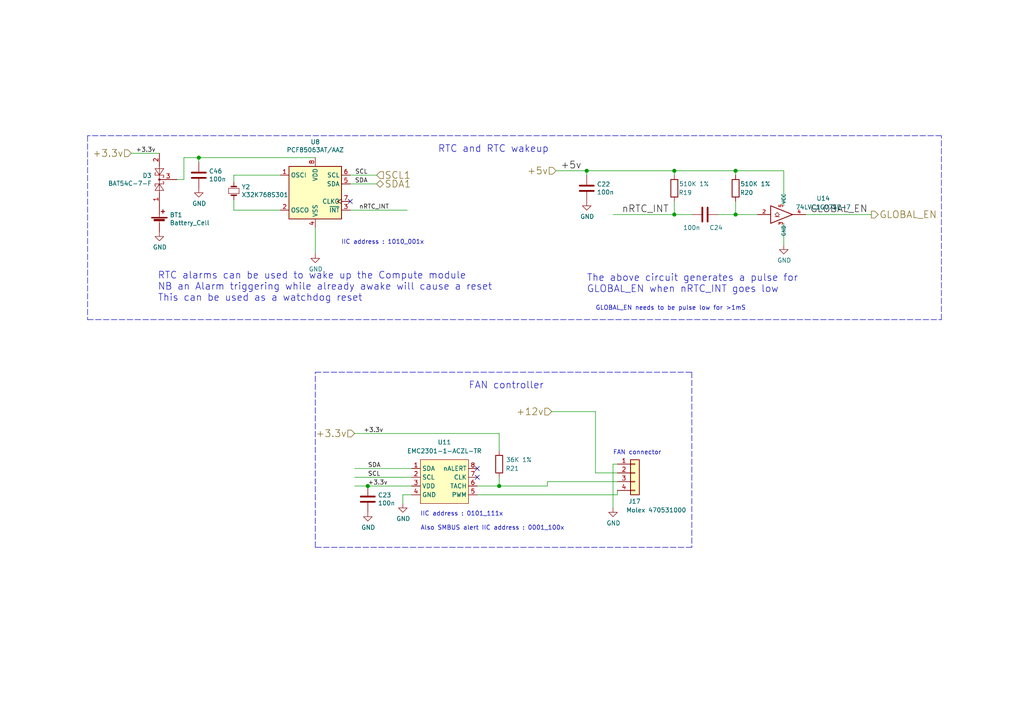
<source format=kicad_sch>
(kicad_sch (version 20211123) (generator eeschema)
  (paper "A4")
  (lib_symbols
    (symbol "Connector_Generic:Conn_01x04" (pin_names hide)
      (property "Reference" "J" (at 0 5.08 0))
      (property "Value" "Conn_01x04" (at 0 -7.62 0))
      (symbol "Conn_01x04_1_1"
        (rectangle (start -1.27 -4.953) (end 0 -5.207))
        (rectangle (start -1.27 -2.413) (end 0 -2.667))
        (rectangle (start -1.27 0.127) (end 0 -0.127))
        (rectangle (start -1.27 2.667) (end 0 2.413))
        (rectangle (start -1.27 3.81) (end 1.27 -6.35) (stroke (width 0.254)) (fill (type background)))
        (pin passive line (at -5.08 2.54 0) (length 3.81) (name "Pin_1") (number "1"))
        (pin passive line (at -5.08 0 0) (length 3.81) (name "Pin_2") (number "2"))
        (pin passive line (at -5.08 -2.54 0) (length 3.81) (name "Pin_3") (number "3"))
        (pin passive line (at -5.08 -5.08 0) (length 3.81) (name "Pin_4") (number "4"))
      )
    )
    (symbol "Device:Battery_Cell" (pin_numbers hide) (pin_names (offset 0) hide)
      (property "Reference" "BT" (at 2.54 2.54 0))
      (property "Value" "Battery_Cell" (at 2.54 0 0))
      (symbol "Battery_Cell_0_1"
        (rectangle (start -2.286 1.778) (end 2.286 1.524) (fill (type outline)))
        (rectangle (start -1.5748 1.1938) (end 1.4732 0.6858) (fill (type outline)))
        (polyline (pts (xy 0 0.762) (xy 0 0)))
        (polyline (pts (xy 0 1.778) (xy 0 2.54)))
        (polyline (pts (xy 0.508 3.429) (xy 1.524 3.429)) (stroke (width 0.254)))
        (polyline (pts (xy 1.016 3.937) (xy 1.016 2.921)) (stroke (width 0.254)))
      )
      (symbol "Battery_Cell_1_1"
        (pin passive line (at 0 5.08 270) (length 2.54) (name "+") (number "1"))
        (pin passive line (at 0 -2.54 90) (length 2.54) (name "-") (number "2"))
      )
    )
    (symbol "Device:C" (pin_numbers hide) (pin_names (offset 0.254))
      (property "Reference" "C" (at 0.635 2.54 0))
      (property "Value" "C" (at 0.635 -2.54 0))
      (symbol "C_0_1"
        (polyline (pts (xy -2.032 -0.762) (xy 2.032 -0.762)) (stroke (width 0.508)))
        (polyline (pts (xy -2.032 0.762) (xy 2.032 0.762)) (stroke (width 0.508)))
      )
      (symbol "C_1_1"
        (pin passive line (at 0 3.81 270) (length 2.794) (name "~") (number "1"))
        (pin passive line (at 0 -3.81 90) (length 2.794) (name "~") (number "2"))
      )
    )
    (symbol "Device:Crystal_Small" (pin_numbers hide) (pin_names hide)
      (property "Reference" "Y" (at 0 2.54 0))
      (property "Value" "Crystal_Small" (at 0 -2.54 0))
      (symbol "Crystal_Small_0_1"
        (rectangle (start -0.762 -1.524) (end 0.762 1.524))
        (polyline (pts (xy -1.27 -0.762) (xy -1.27 0.762)) (stroke (width 0.381)))
        (polyline (pts (xy 1.27 -0.762) (xy 1.27 0.762)) (stroke (width 0.381)))
      )
      (symbol "Crystal_Small_1_1"
        (pin passive line (at -2.54 0 0) (length 1.27) (name "1") (number "1"))
        (pin passive line (at 2.54 0 180) (length 1.27) (name "2") (number "2"))
      )
    )
    (symbol "Device:R" (pin_numbers hide) (pin_names (offset 0))
      (property "Reference" "R" (at 2.032 0 90))
      (property "Value" "R" (at 0 0 90))
      (symbol "R_0_1"
        (rectangle (start -1.016 -2.54) (end 1.016 2.54) (stroke (width 0.254)))
      )
      (symbol "R_1_1"
        (pin passive line (at 0 3.81 270) (length 1.27) (name "~") (number "1"))
        (pin passive line (at 0 -3.81 90) (length 1.27) (name "~") (number "2"))
      )
    )
    (symbol "Diode:BAT54C"
      (property "Reference" "D" (at 0.635 -3.81 0))
      (property "Value" "BAT54C" (at -6.35 3.175 0))
      (symbol "BAT54C_0_1"
        (polyline (pts (xy -1.905 0) (xy 1.905 0)))
        (polyline (pts (xy -1.905 1.27) (xy -1.905 1.016)))
        (polyline (pts (xy -1.27 -1.27) (xy -0.635 -1.27)))
        (polyline (pts (xy -1.27 0) (xy -3.81 0)))
        (polyline (pts (xy -1.27 1.27) (xy -1.905 1.27)))
        (polyline (pts (xy -1.27 1.27) (xy -1.27 -1.27)))
        (polyline (pts (xy -0.635 -1.27) (xy -0.635 -1.016)))
        (polyline (pts (xy 0.635 -1.27) (xy 0.635 -1.016)))
        (polyline (pts (xy 1.27 -1.27) (xy 0.635 -1.27)))
        (polyline (pts (xy 1.27 1.27) (xy 1.27 -1.27)))
        (polyline (pts (xy 1.27 1.27) (xy 1.905 1.27)))
        (polyline (pts (xy 1.905 1.27) (xy 1.905 1.016)))
        (polyline (pts (xy 3.81 0) (xy 1.27 0)))
        (polyline (pts (xy -3.175 -1.27) (xy -3.175 1.27) (xy -1.27 0) (xy -3.175 -1.27)))
        (polyline (pts (xy 3.175 -1.27) (xy 3.175 1.27) (xy 1.27 0) (xy 3.175 -1.27)))
        (circle (center 0 0) (radius 0.254) (fill (type outline)))
      )
      (symbol "BAT54C_1_1"
        (pin passive line (at -7.62 0 0) (length 3.81) (name "~") (number "1"))
        (pin passive line (at 7.62 0 180) (length 3.81) (name "~") (number "2"))
        (pin passive line (at 0 -5.08 90) (length 5.08) (name "~") (number "3"))
      )
    )
    (symbol "Teapot:74LVC1G07"
      (property "Reference" "U" (at -2.54 3.81 0))
      (property "Value" "74LVC1G07" (at 0 -3.81 0))
      (symbol "74LVC1G07_0_1"
        (polyline (pts (xy -2.54 -0.635) (xy -1.27 -0.635)))
        (polyline (pts (xy -3.81 2.54) (xy -3.81 -2.54) (xy 2.54 0) (xy -3.81 2.54)) (stroke (width 0.254)))
        (polyline (pts (xy -1.905 0.635) (xy -2.54 0) (xy -1.905 -0.635) (xy -1.27 0) (xy -1.905 0.635)))
      )
      (symbol "74LVC1G07_1_1"
        (pin input line (at -7.62 0 0) (length 3.81) (name "~") (number "2"))
        (pin power_in line (at 0 -2.54 270) (length 0) (name "GND") (number "3"))
        (pin open_collector line (at 6.35 0 180) (length 3.81) (name "~") (number "4"))
        (pin power_in line (at 0 2.54 90) (length 0) (name "VCC") (number "5"))
      )
    )
    (symbol "Teapot:EMC2301"
      (property "Reference" "U" (at -7.62 13.97 0))
      (property "Value" "EMC2301" (at -1.27 -1.27 0))
      (symbol "EMC2301_0_0"
        (pin open_collector line (at -11.43 10.16 0) (length 2.54) (name "SDA") (number "1"))
        (pin open_collector line (at -11.43 7.62 0) (length 2.54) (name "SCL") (number "2"))
        (pin power_in line (at -11.43 5.08 0) (length 2.54) (name "VDD") (number "3"))
        (pin power_in line (at -11.43 2.54 0) (length 2.54) (name "GND") (number "4"))
        (pin output line (at 7.62 2.54 180) (length 2.54) (name "PWM") (number "5"))
        (pin input line (at 7.62 5.08 180) (length 2.54) (name "TACH") (number "6"))
        (pin input line (at 7.62 7.62 180) (length 2.54) (name "CLK") (number "7"))
        (pin open_collector line (at 7.62 10.16 180) (length 2.54) (name "nALERT") (number "8"))
      )
      (symbol "EMC2301_0_1"
        (rectangle (start -8.89 12.7) (end 5.08 0) (fill (type background)))
      )
    )
    (symbol "Timer_RTC:PCF8563T"
      (property "Reference" "U" (at -7.62 8.89 0))
      (property "Value" "PCF8563T" (at 2.54 8.89 0))
      (symbol "PCF8563T_0_1"
        (rectangle (start -7.62 7.62) (end 7.62 -7.62) (stroke (width 0.254)) (fill (type background)))
      )
      (symbol "PCF8563T_1_1"
        (pin input line (at -10.16 5.08 0) (length 2.54) (name "OSCI") (number "1"))
        (pin output line (at -10.16 -5.08 0) (length 2.54) (name "OSCO") (number "2"))
        (pin output line (at 10.16 -5.08 180) (length 2.54) (name "~{INT}") (number "3"))
        (pin power_in line (at 0 -10.16 90) (length 2.54) (name "VSS") (number "4"))
        (pin bidirectional line (at 10.16 2.54 180) (length 2.54) (name "SDA") (number "5"))
        (pin input line (at 10.16 5.08 180) (length 2.54) (name "SCL") (number "6"))
        (pin output clock (at 10.16 -2.54 180) (length 2.54) (name "CLKO") (number "7"))
        (pin power_in line (at 0 10.16 270) (length 2.54) (name "VDD") (number "8"))
      )
    )
    (symbol "power:GND" (power) (pin_names (offset 0))
      (property "Value" "GND" (at 0 -3.81 0))
      (symbol "GND_0_1"
        (polyline (pts (xy 0 0) (xy 0 -1.27) (xy 1.27 -1.27) (xy 0 -2.54) (xy -1.27 -1.27) (xy 0 -1.27)))
      )
      (symbol "GND_1_1"
        (pin power_in line (at 0 0 270) (length 0) hide (name "GND") (number "1"))
      )
    )
  )
  (junction (at 144.78 140.97) (diameter 1.016))
  (junction (at 170.18 49.53) (diameter 1.016))
  (junction (at 213.36 62.23) (diameter 1.016))
  (junction (at 195.58 62.23) (diameter 1.016))
  (junction (at 195.58 49.53) (diameter 1.016))
  (junction (at 213.36 49.53) (diameter 1.016))
  (junction (at 106.68 140.97) (diameter 1.016))
  (junction (at 57.658 45.72) (diameter 1.016))
  (no_connect (at 138.43 138.43))
  (no_connect (at 101.6 58.42))
  (no_connect (at 138.43 135.89))
  (wire (pts (xy 213.36 62.23) (xy 213.36 58.42)))
  (wire (pts (xy 67.818 50.8) (xy 81.28 50.8)))
  (wire (pts (xy 57.658 45.72) (xy 91.44 45.72)))
  (wire (pts (xy 116.84 143.51) (xy 116.84 146.05)))
  (wire (pts (xy 91.44 66.04) (xy 91.44 73.66)))
  (wire (pts (xy 102.87 125.73) (xy 144.78 125.73)))
  (wire (pts (xy 106.68 140.97) (xy 102.87 140.97)))
  (wire (pts (xy 195.58 49.53) (xy 195.58 50.8)))
  (wire (pts (xy 53.34 45.72) (xy 57.658 45.72)))
  (polyline (pts (xy 200.66 158.75) (xy 91.44 158.75)) (stroke (width 0) (type dash)))
  (wire (pts (xy 57.658 45.72) (xy 57.658 47.0154)))
  (wire (pts (xy 172.72 119.38) (xy 172.72 137.16)))
  (wire (pts (xy 144.78 125.73) (xy 144.78 130.81)))
  (wire (pts (xy 144.78 140.97) (xy 158.75 140.97)))
  (wire (pts (xy 195.58 62.23) (xy 200.66 62.23)))
  (wire (pts (xy 51.308 52.07) (xy 53.34 52.07)))
  (polyline (pts (xy 25.4 39.37) (xy 25.4 92.71)) (stroke (width 0) (type dash)))
  (wire (pts (xy 67.818 60.96) (xy 67.818 57.912)))
  (polyline (pts (xy 91.44 107.95) (xy 200.66 107.95)) (stroke (width 0) (type dash)))
  (wire (pts (xy 179.07 143.51) (xy 179.07 142.24)))
  (wire (pts (xy 179.07 137.16) (xy 172.72 137.16)))
  (wire (pts (xy 195.58 62.23) (xy 195.58 58.42)))
  (wire (pts (xy 213.36 49.53) (xy 227.33 49.53)))
  (polyline (pts (xy 200.66 107.95) (xy 200.66 158.75)) (stroke (width 0) (type dash)))
  (wire (pts (xy 227.33 49.53) (xy 227.33 59.69)))
  (wire (pts (xy 213.36 62.23) (xy 219.71 62.23)))
  (wire (pts (xy 161.29 49.53) (xy 170.18 49.53)))
  (wire (pts (xy 109.22 50.8) (xy 101.6 50.8)))
  (wire (pts (xy 53.34 52.07) (xy 53.34 45.72)))
  (wire (pts (xy 119.38 143.51) (xy 116.84 143.51)))
  (wire (pts (xy 208.28 62.23) (xy 213.36 62.23)))
  (wire (pts (xy 38.1 44.45) (xy 46.228 44.45)))
  (wire (pts (xy 144.78 140.97) (xy 144.78 138.43)))
  (wire (pts (xy 179.07 139.7) (xy 158.75 139.7)))
  (wire (pts (xy 177.8 62.23) (xy 195.58 62.23)))
  (wire (pts (xy 81.28 60.96) (xy 67.818 60.96)))
  (wire (pts (xy 138.43 143.51) (xy 179.07 143.51)))
  (wire (pts (xy 138.43 140.97) (xy 144.78 140.97)))
  (wire (pts (xy 158.75 139.7) (xy 158.75 140.97)))
  (wire (pts (xy 233.68 62.23) (xy 252.73 62.23)))
  (wire (pts (xy 195.58 49.53) (xy 213.36 49.53)))
  (wire (pts (xy 170.18 49.53) (xy 195.58 49.53)))
  (wire (pts (xy 179.07 134.62) (xy 177.8 134.62)))
  (wire (pts (xy 170.18 50.8) (xy 170.18 49.53)))
  (wire (pts (xy 227.33 64.77) (xy 227.33 71.12)))
  (wire (pts (xy 109.22 53.34) (xy 101.6 53.34)))
  (wire (pts (xy 213.36 49.53) (xy 213.36 50.8)))
  (polyline (pts (xy 91.44 158.75) (xy 91.44 107.95)) (stroke (width 0) (type dash)))
  (wire (pts (xy 119.38 135.89) (xy 102.87 135.89)))
  (polyline (pts (xy 25.4 92.71) (xy 273.05 92.71)) (stroke (width 0) (type dash)))
  (wire (pts (xy 119.38 140.97) (xy 106.68 140.97)))
  (wire (pts (xy 101.6 60.96) (xy 118.11 60.96)))
  (wire (pts (xy 67.818 50.8) (xy 67.818 52.832)))
  (wire (pts (xy 119.38 138.43) (xy 102.87 138.43)))
  (wire (pts (xy 177.8 134.62) (xy 177.8 147.32)))
  (polyline (pts (xy 273.05 92.71) (xy 273.05 39.37)) (stroke (width 0) (type dash)))
  (wire (pts (xy 172.72 119.38) (xy 160.02 119.38)))
  (polyline (pts (xy 273.05 39.37) (xy 25.4 39.37)) (stroke (width 0) (type dash)))
  (text "RTC alarms can be used to wake up the Compute module\nNB an Alarm triggering while already awake will cause a reset \nThis can be used as a watchdog reset " (at 45.72 87.63 0) (effects (font (size 2.0066 2.0066)) (justify left bottom)))
  (text "RTC and RTC wakeup" (at 127 44.45 0) (effects (font (size 2.0066 2.0066)) (justify left bottom)))
  (text "Also SMBUS alert IIC address : 0001_100x" (at 121.9454 153.9494 0) (effects (font (size 1.27 1.27)) (justify left bottom)))
  (text "IIC address : 0101_111x" (at 121.92 149.86 0) (effects (font (size 1.27 1.27)) (justify left bottom)))
  (text "IIC address : 1010_001x" (at 98.9838 71.0438 0) (effects (font (size 1.27 1.27)) (justify left bottom)))
  (text "GLOBAL_EN needs to be pulse low for >1mS" (at 172.72 90.17 0) (effects (font (size 1.27 1.27)) (justify left bottom)))
  (text "FAN controller" (at 135.89 113.03 0) (effects (font (size 2.0066 2.0066)) (justify left bottom)))
  (text "FAN connector\n" (at 177.8 132.08 0) (effects (font (size 1.27 1.27)) (justify left bottom)))
  (text "The above circuit generates a pulse for\nGLOBAL_EN when nRTC_INT goes low" (at 170.18 85.09 0) (effects (font (size 2.0066 2.0066)) (justify left bottom)))
  (label "SCL" (at 106.68 138.43 0))
  (label "+5v" (at 162.56 49.53 0) (effects (font (size 2.0066 2.0066))))
  (label "SDA" (at 106.68 53.34 180))
  (label "SCL" (at 106.68 50.8 180))
  (label "GLOBAL_EN" (at 234.95 62.23 0) (effects (font (size 2.0066 2.0066))))
  (label "nRTC_INT" (at 104.14 60.96 0))
  (label "SDA" (at 106.68 135.89 0))
  (label "nRTC_INT" (at 180.34 62.23 0) (effects (font (size 2.0066 2.0066))))
  (label "+3.3v" (at 105.41 125.73 0))
  (label "+3.3v" (at 106.68 140.97 0))
  (label "+3.3v" (at 39.37 44.45 0))
  (hierarchical_label "+5v" (shape input) (at 161.29 49.53 180) (effects (font (size 2.0066 2.0066))))
  (hierarchical_label "+3.3v" (shape input) (at 102.87 125.73 180) (effects (font (size 2.0066 2.0066))))
  (hierarchical_label "+3.3v" (shape input) (at 38.1 44.45 180) (effects (font (size 2.0066 2.0066))))
  (hierarchical_label "+12v" (shape input) (at 160.02 119.38 180) (effects (font (size 2.0066 2.0066))))
  (hierarchical_label "SCL1" (shape input) (at 109.22 50.8 0) (effects (font (size 2.0066 2.0066))))
  (hierarchical_label "SDA1" (shape bidirectional) (at 109.22 53.34 0) (effects (font (size 2.0066 2.0066))))
  (hierarchical_label "GLOBAL_EN" (shape output) (at 252.73 62.23 0) (effects (font (size 2.0066 2.0066))))
  (symbol (lib_id "Device:C") (at 106.68 144.78 0) (unit 1)
    (property "Reference" "C23" (at 109.601 143.6116 0) (effects (justify left)))
    (property "Value" "100n" (at 109.601 145.923 0) (effects (justify left)))
    (property "Footprint" "Capacitor_SMD:C_0402_1005Metric" (effects hide))
    (property "Datasheet" "https://search.murata.co.jp/Ceramy/image/img/A01X/G101/ENG/GRM155R71C104KA88-01.pdf" (effects hide))
    (property "Field4" "Farnell" (effects hide))
    (property "Field5" "2611911" (effects hide))
    (property "Field6" "RM EMK105 B7104KV-F" (effects hide))
    (property "Field7" "TAIYO YUDEN EUROPE GMBH" (effects hide))
    (property "Part Description" "	0.1uF 10% 16V Ceramic Capacitor X7R 0402 (1005 Metric)" (effects hide))
    (property "Field8" "110091611" (effects hide))
  )
  (symbol (lib_id "power:GND") (at 106.68 148.59 0) (unit 1)
    (property "Reference" "#PWR032" (effects hide))
    (property "Value" "GND" (at 106.807 152.9842 0))
  )
  (symbol (lib_id "Connector_Generic:Conn_01x04") (at 184.15 137.16 0) (unit 1)
    (property "Reference" "J17" (at 182.245 145.415 0) (effects (justify left)))
    (property "Value" "Molex 470531000" (at 181.61 147.955 0) (effects (justify left)))
    (property "Footprint" "Connector:FanPinHeader_1x04_P2.54mm_Vertical" (effects hide))
    (property "Datasheet" "https://www.molex.com/pdm_docs/sd/470531000_sd.pdf" (effects hide))
    (property "Field4" "Farnell" (effects hide))
    (property "Field5" "	2313705" (effects hide))
    (property "Field6" "470531000" (effects hide))
    (property "Field7" "Molex" (effects hide))
    (property "Part Description" "	Connector Header Through Hole 4 position 0.100\" (2.54mm)" (effects hide))
  )
  (symbol (lib_id "Device:R") (at 144.78 134.62 180) (unit 1)
    (property "Reference" "R21" (at 148.59 135.89 0))
    (property "Value" "36K 1%" (at 150.495 133.35 0))
    (property "Footprint" "Resistor_SMD:R_0402_1005Metric" (effects hide))
    (property "Datasheet" "https://fscdn.rohm.com/en/products/databook/datasheet/passive/resistor/chip_resistor/mcr-e.pdf" (effects hide))
    (property "Field4" "Farnell" (effects hide))
    (property "Field5" "1458788" (effects hide))
    (property "Field7" "Rohm" (effects hide))
    (property "Field6" "MCR01MZPF3602" (effects hide))
    (property "Part Description" "Resistor 36K M1005 1% 63mW" (effects hide))
  )
  (symbol (lib_id "power:GND") (at 177.8 147.32 0) (unit 1)
    (property "Reference" "#PWR035" (effects hide))
    (property "Value" "GND" (at 177.927 151.7142 0))
  )
  (symbol (lib_id "power:GND") (at 91.44 73.66 0) (unit 1)
    (property "Reference" "#PWR028" (effects hide))
    (property "Value" "GND" (at 91.567 78.0542 0))
  )
  (symbol (lib_id "Device:Battery_Cell") (at 46.228 64.77 0) (unit 1)
    (property "Reference" "BT1" (at 49.2252 62.3316 0) (effects (justify left)))
    (property "Value" "Battery_Cell" (at 49.2252 64.643 0) (effects (justify left)))
    (property "Footprint" "Battery:BatteryHolder_Keystone_3034_1x20mm" (effects hide))
    (property "Datasheet" "https://www.keyelco.com/userAssets/file/M65p9.pdf" (effects hide))
    (property "Field4" "Digikey" (effects hide))
    (property "Field5" "36-3034-ND" (effects hide))
    (property "Field6" "3034" (effects hide))
    (property "Field7" "Keystone" (effects hide))
    (property "Part Description" "	Battery Retainer Coin, 20.0mm 1 Cell SMD (SMT) Tab" (effects hide))
  )
  (symbol (lib_id "power:GND") (at 46.228 67.31 0) (unit 1)
    (property "Reference" "#PWR030" (effects hide))
    (property "Value" "GND" (at 46.355 71.7042 0))
  )
  (symbol (lib_id "Device:R") (at 195.58 54.61 180) (unit 1)
    (property "Reference" "R19" (at 198.755 55.88 0))
    (property "Value" "510K 1%" (at 201.295 53.34 0))
    (property "Footprint" "Resistor_SMD:R_0402_1005Metric" (effects hide))
    (property "Datasheet" "https://fscdn.rohm.com/en/products/databook/datasheet/passive/resistor/chip_resistor/mcr-e.pdf" (effects hide))
    (property "Field4" "Farnell" (effects hide))
    (property "Field5" "1458807" (effects hide))
    (property "Field7" "Rohm" (effects hide))
    (property "Field6" "MCR01MZPF5103" (effects hide))
    (property "Part Description" "Resistor 510K M1005 1% 63mW" (effects hide))
  )
  (symbol (lib_id "Device:R") (at 213.36 54.61 180) (unit 1)
    (property "Reference" "R20" (at 216.535 55.88 0))
    (property "Value" "510K 1%" (at 219.075 53.34 0))
    (property "Footprint" "Resistor_SMD:R_0402_1005Metric" (effects hide))
    (property "Datasheet" "https://fscdn.rohm.com/en/products/databook/datasheet/passive/resistor/chip_resistor/mcr-e.pdf" (effects hide))
    (property "Field4" "Farnell" (effects hide))
    (property "Field5" "1458807" (effects hide))
    (property "Field7" "Rohm" (effects hide))
    (property "Field6" "MCR01MZPF5103" (effects hide))
    (property "Part Description" "Resistor 510K M1005 1% 63mW" (effects hide))
  )
  (symbol (lib_id "power:GND") (at 116.84 146.05 0) (unit 1)
    (property "Reference" "#PWR033" (effects hide))
    (property "Value" "GND" (at 116.967 150.4442 0))
  )
  (symbol (lib_id "Device:C") (at 170.18 54.61 0) (unit 1)
    (property "Reference" "C22" (at 173.101 53.4416 0) (effects (justify left)))
    (property "Value" "100n" (at 173.101 55.753 0) (effects (justify left)))
    (property "Footprint" "Capacitor_SMD:C_0402_1005Metric" (effects hide))
    (property "Datasheet" "https://search.murata.co.jp/Ceramy/image/img/A01X/G101/ENG/GRM155R71C104KA88-01.pdf" (effects hide))
    (property "Field4" "Farnell" (effects hide))
    (property "Field5" "2611911" (effects hide))
    (property "Field6" "RM EMK105 B7104KV-F" (effects hide))
    (property "Field7" "TAIYO YUDEN EUROPE GMBH" (effects hide))
    (property "Part Description" "	0.1uF 10% 16V Ceramic Capacitor X7R 0402 (1005 Metric)" (effects hide))
    (property "Field8" "110091611" (effects hide))
  )
  (symbol (lib_id "Device:C") (at 204.47 62.23 270) (unit 1)
    (property "Reference" "C24" (at 205.74 66.04 90) (effects (justify left)))
    (property "Value" "100n" (at 198.12 66.04 90) (effects (justify left)))
    (property "Footprint" "Capacitor_SMD:C_0402_1005Metric" (effects hide))
    (property "Datasheet" "https://search.murata.co.jp/Ceramy/image/img/A01X/G101/ENG/GRM155R71C104KA88-01.pdf" (effects hide))
    (property "Field4" "Farnell" (effects hide))
    (property "Field5" "2611911" (effects hide))
    (property "Field6" "RM EMK105 B7104KV-F" (effects hide))
    (property "Field7" "TAIYO YUDEN EUROPE GMBH" (effects hide))
    (property "Part Description" "	0.1uF 10% 16V Ceramic Capacitor X7R 0402 (1005 Metric)" (effects hide))
    (property "Field8" "110091611" (effects hide))
  )
  (symbol (lib_id "power:GND") (at 227.33 71.12 0) (unit 1)
    (property "Reference" "#PWR034" (effects hide))
    (property "Value" "GND" (at 227.457 75.5142 0))
  )
  (symbol (lib_id "power:GND") (at 170.18 58.42 0) (unit 1)
    (property "Reference" "#PWR031" (effects hide))
    (property "Value" "GND" (at 170.307 62.8142 0))
  )
  (symbol (lib_id "Timer_RTC:PCF8563T") (at 91.44 55.88 0) (unit 1)
    (property "Reference" "U8" (at 91.44 41.1734 0))
    (property "Value" "PCF85063AT/AAZ" (at 91.44 43.4848 0))
    (property "Footprint" "Package_SO:SOIC-8_3.9x4.9mm_P1.27mm" (effects hide))
    (property "Datasheet" "https://www.nxp.com/docs/en/data-sheet/PCF85063A.pdf" (effects hide))
    (property "Field4" "Farnell" (effects hide))
    (property "Field5" "2890042" (effects hide))
    (property "Field7" "NXP" (effects hide))
    (property "Field6" "PCF85063AT/AAZ" (effects hide))
    (property "Part Description" "Real Time Clock (RTC) IC Clock/Calendar I²C, 2-Wire Serial 8-SOIC (0.154\", 3.90mm Width)" (effects hide))
  )
  (symbol (lib_id "Device:Crystal_Small") (at 67.818 55.372 90) (unit 1)
    (property "Reference" "Y2" (at 70.0532 54.229 90) (effects (justify right)))
    (property "Value" "X32K768S301" (at 70.0532 56.515 90) (effects (justify right)))
    (property "Footprint" "Crystal:Crystal_SMD_3215-2Pin_3.2x1.5mm" (effects hide))
    (property "Field6" "X32K768S301" (effects hide))
    (property "Field7" "AEL" (effects hide))
    (property "Part Description" "Crystal 32.768KHz 7pF 20pmm" (effects hide))
  )
  (symbol (lib_id "Diode:BAT54C") (at 46.228 52.07 90) (unit 1)
    (property "Reference" "D3" (at 44.0182 50.927 90) (effects (justify left)))
    (property "Value" "BAT54C-7-F" (at 44.0182 53.213 90) (effects (justify left)))
    (property "Footprint" "Package_TO_SOT_SMD:SOT-23" (effects hide))
    (property "Datasheet" "http://www.farnell.com/datasheets/2861240.pdf?_ga=2.129831176.54358802.1587372871-1787849031.1568210898&_gac=1.175311126.1587399424.EAIaIQobChMInOvF07P36AIVw7HtCh0NWwCeEAAYAyAAEgI0YfD_BwE" (effects hide))
    (property "Field4" "Farnell" (effects hide))
    (property "Field5" "2306010" (effects hide))
    (property "Field6" "BAT54C-7-F" (effects hide))
    (property "Field7" "Rohm" (effects hide))
    (property "Part Description" "Diode Array 1 Pair Common Cathode Schottky 30V 200mA (DC) Surface Mount TO-236-3, SC-59, SOT-23-3" (effects hide))
  )
  (symbol (lib_id "Teapot:74LVC1G07") (at 227.33 62.23 0) (unit 1)
    (property "Reference" "U14" (at 238.76 57.531 0))
    (property "Value" "74LVC1G07SE-7" (at 238.76 60.071 0))
    (property "Footprint" "Package_TO_SOT_SMD:SOT-353_SC-70-5" (effects hide))
    (property "Datasheet" "http://www.ti.com/lit/sg/scyt129e/scyt129e.pdf" (effects hide))
  )
  (symbol (lib_id "Teapot:EMC2301") (at 130.81 146.05 0) (unit 1)
    (property "Reference" "U11" (at 128.905 128.27 0))
    (property "Value" "EMC2301-1-ACZL-TR" (at 128.905 130.81 0))
    (property "Footprint" "Package_SO:MSOP-8_3x3mm_P0.65mm" (effects hide))
  )
  (symbol (lib_id "power:GND") (at 57.658 54.6354 0) (unit 1)
    (property "Reference" "#PWR03" (effects hide))
    (property "Value" "GND" (at 57.785 59.0296 0))
  )
  (symbol (lib_id "Device:C") (at 57.658 50.8254 0) (unit 1)
    (property "Reference" "C46" (at 60.579 49.657 0) (effects (justify left)))
    (property "Value" "100n" (at 60.579 51.9684 0) (effects (justify left)))
    (property "Footprint" "Capacitor_SMD:C_0402_1005Metric" (effects hide))
    (property "Datasheet" "https://search.murata.co.jp/Ceramy/image/img/A01X/G101/ENG/GRM155R71C104KA88-01.pdf" (effects hide))
    (property "Field4" "Farnell" (effects hide))
    (property "Field5" "2611911" (effects hide))
    (property "Field6" "RM EMK105 B7104KV-F" (effects hide))
    (property "Field7" "TAIYO YUDEN EUROPE GMBH" (effects hide))
    (property "Part Description" "	0.1uF 10% 16V Ceramic Capacitor X7R 0402 (1005 Metric)" (effects hide))
    (property "Field8" "110091611" (effects hide))
  )
)
</source>
